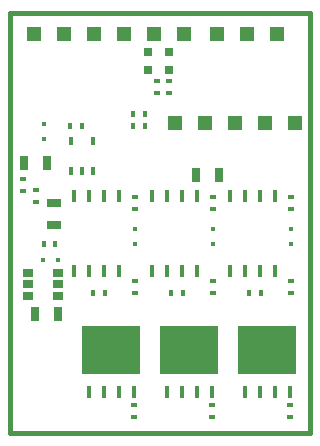
<source format=gtp>
G04 (created by PCBNEW-RS274X (2012-01-19 BZR 3256)-stable) date 9/11/2012 11:00:15 PM*
G01*
G70*
G90*
%MOIN*%
G04 Gerber Fmt 3.4, Leading zero omitted, Abs format*
%FSLAX34Y34*%
G04 APERTURE LIST*
%ADD10C,0.001000*%
%ADD11C,0.015000*%
%ADD12R,0.048000X0.048000*%
%ADD13R,0.046000X0.046000*%
%ADD14R,0.016000X0.026000*%
%ADD15R,0.031000X0.051000*%
%ADD16R,0.051000X0.031000*%
%ADD17R,0.017700X0.013700*%
%ADD18R,0.013700X0.017700*%
%ADD19R,0.018000X0.043000*%
%ADD20R,0.037400X0.025600*%
%ADD21R,0.029000X0.029000*%
%ADD22R,0.194900X0.159400*%
%ADD23R,0.017700X0.039300*%
%ADD24R,0.023000X0.018000*%
%ADD25R,0.018000X0.023000*%
%ADD26R,0.011700X0.019600*%
G04 APERTURE END LIST*
G54D10*
G54D11*
X44016Y-40961D02*
X44016Y-54961D01*
X54016Y-40961D02*
X44016Y-40961D01*
X54016Y-54961D02*
X54016Y-40961D01*
X44016Y-54961D02*
X54016Y-54961D01*
G54D12*
X53516Y-44611D03*
X52516Y-44611D03*
X51516Y-44611D03*
X50516Y-44611D03*
X49516Y-44611D03*
G54D13*
X49816Y-41661D03*
X48816Y-41661D03*
X47816Y-41661D03*
X46816Y-41661D03*
X45816Y-41661D03*
X44816Y-41661D03*
X50916Y-41661D03*
X51916Y-41661D03*
X52916Y-41661D03*
G54D14*
X46041Y-46211D03*
X46791Y-46211D03*
X46041Y-45211D03*
X46416Y-46211D03*
X46791Y-45211D03*
G54D15*
X50221Y-46361D03*
X50971Y-46361D03*
X45241Y-45961D03*
X44491Y-45961D03*
G54D16*
X45496Y-48036D03*
X45496Y-47286D03*
G54D15*
X45611Y-50981D03*
X44861Y-50981D03*
G54D17*
X45120Y-49181D03*
X45632Y-49181D03*
G54D18*
X53400Y-48144D03*
X53400Y-48656D03*
X50800Y-48144D03*
X50800Y-48656D03*
X48200Y-48144D03*
X48200Y-48656D03*
X45166Y-44655D03*
X45166Y-45167D03*
G54D19*
X47650Y-49550D03*
X47150Y-49550D03*
X46650Y-49550D03*
X46150Y-49550D03*
X46150Y-47050D03*
X46650Y-47050D03*
X47150Y-47050D03*
X47650Y-47050D03*
X50250Y-49550D03*
X49750Y-49550D03*
X49250Y-49550D03*
X48750Y-49550D03*
X48750Y-47050D03*
X49250Y-47050D03*
X49750Y-47050D03*
X50250Y-47050D03*
X52850Y-49550D03*
X52350Y-49550D03*
X51850Y-49550D03*
X51350Y-49550D03*
X51350Y-47050D03*
X51850Y-47050D03*
X52350Y-47050D03*
X52850Y-47050D03*
G54D20*
X45616Y-49626D03*
X45616Y-50001D03*
X45616Y-50376D03*
X44616Y-50376D03*
X44616Y-50001D03*
X44616Y-49626D03*
G54D21*
X49316Y-42861D03*
X49316Y-42261D03*
X48616Y-42861D03*
X48616Y-42261D03*
G54D22*
X47400Y-52200D03*
G54D23*
X46652Y-53598D03*
X47144Y-53598D03*
X47656Y-53598D03*
X48148Y-53598D03*
G54D22*
X50000Y-52200D03*
G54D23*
X49252Y-53598D03*
X49744Y-53598D03*
X50256Y-53598D03*
X50748Y-53598D03*
G54D22*
X52600Y-52200D03*
G54D23*
X51852Y-53598D03*
X52344Y-53598D03*
X52856Y-53598D03*
X53348Y-53598D03*
G54D24*
X50800Y-47500D03*
X50800Y-47100D03*
X44456Y-46901D03*
X44456Y-46501D03*
X44896Y-47241D03*
X44896Y-46841D03*
G54D25*
X48116Y-44311D03*
X48516Y-44311D03*
G54D24*
X49316Y-43211D03*
X49316Y-43611D03*
X48916Y-43211D03*
X48916Y-43611D03*
G54D25*
X48116Y-44711D03*
X48516Y-44711D03*
G54D24*
X53400Y-47500D03*
X53400Y-47100D03*
X48200Y-47500D03*
X48200Y-47100D03*
X53400Y-50300D03*
X53400Y-49900D03*
X53366Y-54011D03*
X53366Y-54411D03*
X50800Y-50300D03*
X50800Y-49900D03*
X50766Y-54011D03*
X50766Y-54411D03*
X48200Y-50300D03*
X48200Y-49900D03*
X48166Y-54011D03*
X48166Y-54411D03*
G54D25*
X46016Y-44711D03*
X46416Y-44711D03*
X47200Y-50300D03*
X46800Y-50300D03*
X49800Y-50300D03*
X49400Y-50300D03*
X52400Y-50300D03*
X52000Y-50300D03*
G54D26*
X45159Y-48641D03*
X45513Y-48641D03*
M02*

</source>
